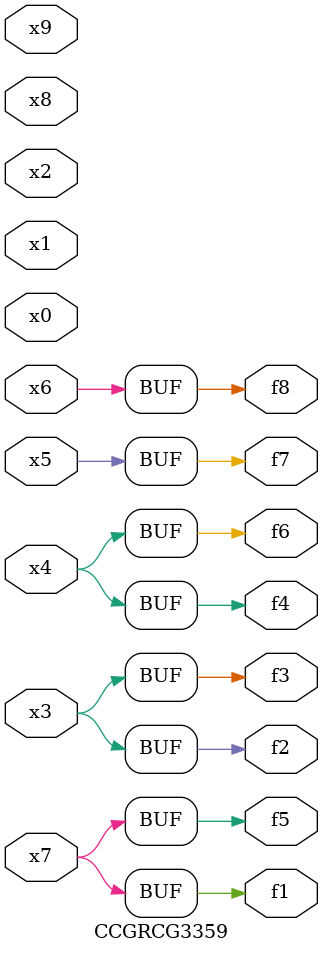
<source format=v>
module CCGRCG3359(
	input x0, x1, x2, x3, x4, x5, x6, x7, x8, x9,
	output f1, f2, f3, f4, f5, f6, f7, f8
);
	assign f1 = x7;
	assign f2 = x3;
	assign f3 = x3;
	assign f4 = x4;
	assign f5 = x7;
	assign f6 = x4;
	assign f7 = x5;
	assign f8 = x6;
endmodule

</source>
